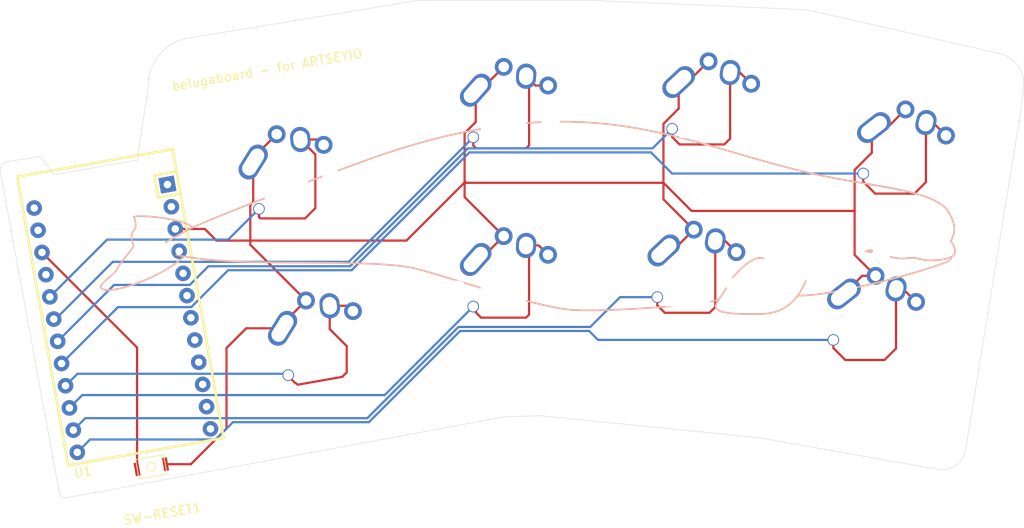
<source format=kicad_pcb>
(kicad_pcb (version 20171130) (host pcbnew "(5.1.8-0-10_14)")

  (general
    (thickness 1.6)
    (drawings 83)
    (tracks 160)
    (zones 0)
    (modules 10)
    (nets 25)
  )

  (page A4)
  (layers
    (0 F.Cu signal)
    (31 B.Cu signal)
    (32 B.Adhes user)
    (33 F.Adhes user)
    (34 B.Paste user)
    (35 F.Paste user)
    (36 B.SilkS user)
    (37 F.SilkS user)
    (38 B.Mask user)
    (39 F.Mask user)
    (40 Dwgs.User user)
    (41 Cmts.User user)
    (42 Eco1.User user)
    (43 Eco2.User user)
    (44 Edge.Cuts user)
    (45 Margin user)
    (46 B.CrtYd user)
    (47 F.CrtYd user)
    (48 B.Fab user)
    (49 F.Fab user)
  )

  (setup
    (last_trace_width 0.25)
    (trace_clearance 0.2)
    (zone_clearance 0.508)
    (zone_45_only no)
    (trace_min 0.2)
    (via_size 0.8)
    (via_drill 0.4)
    (via_min_size 0.4)
    (via_min_drill 0.3)
    (uvia_size 0.3)
    (uvia_drill 0.1)
    (uvias_allowed no)
    (uvia_min_size 0.2)
    (uvia_min_drill 0.1)
    (edge_width 0.05)
    (segment_width 0.2)
    (pcb_text_width 0.3)
    (pcb_text_size 1.5 1.5)
    (mod_edge_width 0.12)
    (mod_text_size 1 1)
    (mod_text_width 0.15)
    (pad_size 3.9878 3.9878)
    (pad_drill 3.9878)
    (pad_to_mask_clearance 0)
    (aux_axis_origin 0 0)
    (visible_elements FFFFFF7F)
    (pcbplotparams
      (layerselection 0x010fc_ffffffff)
      (usegerberextensions false)
      (usegerberattributes true)
      (usegerberadvancedattributes true)
      (creategerberjobfile true)
      (excludeedgelayer true)
      (linewidth 0.100000)
      (plotframeref false)
      (viasonmask false)
      (mode 1)
      (useauxorigin false)
      (hpglpennumber 1)
      (hpglpenspeed 20)
      (hpglpendiameter 15.000000)
      (psnegative false)
      (psa4output false)
      (plotreference true)
      (plotvalue true)
      (plotinvisibletext false)
      (padsonsilk false)
      (subtractmaskfromsilk false)
      (outputformat 1)
      (mirror false)
      (drillshape 1)
      (scaleselection 1)
      (outputdirectory ""))
  )

  (net 0 "")
  (net 1 "Net-(SW1-Pad1)")
  (net 2 "Net-(SW-RESET1-Pad2)")
  (net 3 "Net-(SW2-Pad1)")
  (net 4 "Net-(SW3-Pad1)")
  (net 5 "Net-(SW4-Pad1)")
  (net 6 "Net-(SW5-Pad1)")
  (net 7 "Net-(SW6-Pad1)")
  (net 8 "Net-(SW7-Pad1)")
  (net 9 "Net-(SW8-Pad1)")
  (net 10 "Net-(SW-RESET1-Pad1)")
  (net 11 "Net-(U1-Pad21)")
  (net 12 "Net-(U1-Pad23)")
  (net 13 "Net-(U1-Pad24)")
  (net 14 "Net-(U1-Pad12)")
  (net 15 "Net-(U1-Pad11)")
  (net 16 "Net-(U1-Pad10)")
  (net 17 "Net-(U1-Pad9)")
  (net 18 "Net-(U1-Pad8)")
  (net 19 "Net-(U1-Pad7)")
  (net 20 "Net-(U1-Pad6)")
  (net 21 "Net-(U1-Pad5)")
  (net 22 "Net-(U1-Pad4)")
  (net 23 "Net-(U1-Pad2)")
  (net 24 "Net-(U1-Pad1)")

  (net_class Default "This is the default net class."
    (clearance 0.2)
    (trace_width 0.25)
    (via_dia 0.8)
    (via_drill 0.4)
    (uvia_dia 0.3)
    (uvia_drill 0.1)
    (add_net "Net-(SW-RESET1-Pad1)")
    (add_net "Net-(SW-RESET1-Pad2)")
    (add_net "Net-(SW1-Pad1)")
    (add_net "Net-(SW2-Pad1)")
    (add_net "Net-(SW3-Pad1)")
    (add_net "Net-(SW4-Pad1)")
    (add_net "Net-(SW5-Pad1)")
    (add_net "Net-(SW6-Pad1)")
    (add_net "Net-(SW7-Pad1)")
    (add_net "Net-(SW8-Pad1)")
    (add_net "Net-(U1-Pad1)")
    (add_net "Net-(U1-Pad10)")
    (add_net "Net-(U1-Pad11)")
    (add_net "Net-(U1-Pad12)")
    (add_net "Net-(U1-Pad2)")
    (add_net "Net-(U1-Pad21)")
    (add_net "Net-(U1-Pad23)")
    (add_net "Net-(U1-Pad24)")
    (add_net "Net-(U1-Pad4)")
    (add_net "Net-(U1-Pad5)")
    (add_net "Net-(U1-Pad6)")
    (add_net "Net-(U1-Pad7)")
    (add_net "Net-(U1-Pad8)")
    (add_net "Net-(U1-Pad9)")
  )

  (module SMKJP:BOARD_Pro_Micro_Reversed (layer F.Cu) (tedit 5BD00A14) (tstamp 5FC94EB8)
    (at 72.74 89.79 280)
    (path /5FC9055E)
    (fp_text reference U1 (at 34.036 7.366 190) (layer F.SilkS)
      (effects (font (size 1 1) (thickness 0.15)))
    )
    (fp_text value pro_micro (at 17.78 0 100) (layer F.SilkS) hide
      (effects (font (size 1.27 1.524) (thickness 0.2032)))
    )
    (fp_line (start 0 -8.89) (end 0 8.89) (layer F.SilkS) (width 0.3))
    (fp_line (start 0 8.89) (end 33.02 8.89) (layer F.SilkS) (width 0.3))
    (fp_line (start 33.02 8.89) (end 33.02 -8.89) (layer F.SilkS) (width 0.3))
    (fp_line (start 33.02 -8.89) (end 0 -8.89) (layer F.SilkS) (width 0.3))
    (fp_line (start 2.54 -6.35) (end 5.08 -6.35) (layer F.SilkS) (width 0.3))
    (fp_line (start 5.08 -8.89) (end 5.08 -6.35) (layer F.SilkS) (width 0.3))
    (fp_line (start 2.54 -8.89) (end 2.54 -6.35) (layer F.SilkS) (width 0.3))
    (fp_line (start 2.54 -3.81) (end -1.27 -3.81) (layer Cmts.User) (width 0.3))
    (fp_line (start -1.27 -3.81) (end -1.27 3.81) (layer Cmts.User) (width 0.3))
    (fp_line (start -1.27 3.81) (end 2.54 3.81) (layer B.Fab) (width 0.3))
    (fp_line (start 2.54 3.81) (end 2.54 -3.81) (layer Cmts.User) (width 0.3))
    (pad 13 thru_hole circle (at 31.75 7.62 280) (size 1.75 1.75) (drill 0.85) (layers *.Cu *.Mask)
      (net 9 "Net-(SW8-Pad1)"))
    (pad 14 thru_hole circle (at 29.21 7.62 280) (size 1.75 1.75) (drill 0.85) (layers *.Cu *.Mask)
      (net 8 "Net-(SW7-Pad1)"))
    (pad 15 thru_hole circle (at 26.67 7.62 280) (size 1.75 1.75) (drill 0.85) (layers *.Cu *.Mask)
      (net 7 "Net-(SW6-Pad1)"))
    (pad 16 thru_hole circle (at 24.13 7.62 280) (size 1.75 1.75) (drill 0.85) (layers *.Cu *.Mask)
      (net 6 "Net-(SW5-Pad1)"))
    (pad 17 thru_hole circle (at 21.59 7.62 280) (size 1.75 1.75) (drill 0.85) (layers *.Cu *.Mask)
      (net 5 "Net-(SW4-Pad1)"))
    (pad 18 thru_hole circle (at 19.05 7.62 280) (size 1.75 1.75) (drill 0.85) (layers *.Cu *.Mask)
      (net 4 "Net-(SW3-Pad1)"))
    (pad 19 thru_hole circle (at 16.51 7.62 280) (size 1.75 1.75) (drill 0.85) (layers *.Cu *.Mask)
      (net 3 "Net-(SW2-Pad1)"))
    (pad 20 thru_hole circle (at 13.97 7.62 280) (size 1.75 1.75) (drill 0.85) (layers *.Cu *.Mask)
      (net 1 "Net-(SW1-Pad1)"))
    (pad 21 thru_hole circle (at 11.43 7.62 280) (size 1.75 1.75) (drill 0.85) (layers *.Cu *.Mask)
      (net 11 "Net-(U1-Pad21)"))
    (pad 22 thru_hole circle (at 8.89 7.62 280) (size 1.75 1.75) (drill 0.85) (layers *.Cu *.Mask)
      (net 10 "Net-(SW-RESET1-Pad1)"))
    (pad 23 thru_hole circle (at 6.35 7.62 280) (size 1.75 1.75) (drill 0.85) (layers *.Cu *.Mask)
      (net 12 "Net-(U1-Pad23)"))
    (pad 24 thru_hole circle (at 3.81 7.62 280) (size 1.75 1.75) (drill 0.85) (layers *.Cu *.Mask)
      (net 13 "Net-(U1-Pad24)"))
    (pad 12 thru_hole circle (at 31.75 -7.62 280) (size 1.75 1.75) (drill 0.85) (layers *.Cu *.Mask)
      (net 14 "Net-(U1-Pad12)"))
    (pad 11 thru_hole circle (at 29.21 -7.62 280) (size 1.75 1.75) (drill 0.85) (layers *.Cu *.Mask)
      (net 15 "Net-(U1-Pad11)"))
    (pad 10 thru_hole circle (at 26.67 -7.62 280) (size 1.75 1.75) (drill 0.85) (layers *.Cu *.Mask)
      (net 16 "Net-(U1-Pad10)"))
    (pad 9 thru_hole circle (at 24.13 -7.62 280) (size 1.75 1.75) (drill 0.85) (layers *.Cu *.Mask)
      (net 17 "Net-(U1-Pad9)"))
    (pad 8 thru_hole circle (at 21.59 -7.62 280) (size 1.75 1.75) (drill 0.85) (layers *.Cu *.Mask)
      (net 18 "Net-(U1-Pad8)"))
    (pad 7 thru_hole circle (at 19.05 -7.62 280) (size 1.75 1.75) (drill 0.85) (layers *.Cu *.Mask)
      (net 19 "Net-(U1-Pad7)"))
    (pad 6 thru_hole circle (at 16.51 -7.62 280) (size 1.75 1.75) (drill 0.85) (layers *.Cu *.Mask)
      (net 20 "Net-(U1-Pad6)"))
    (pad 5 thru_hole circle (at 13.97 -7.62 280) (size 1.75 1.75) (drill 0.85) (layers *.Cu *.Mask)
      (net 21 "Net-(U1-Pad5)"))
    (pad 4 thru_hole circle (at 11.43 -7.62 280) (size 1.75 1.75) (drill 0.85) (layers *.Cu *.Mask)
      (net 22 "Net-(U1-Pad4)"))
    (pad 3 thru_hole circle (at 8.89 -7.62 280) (size 1.75 1.75) (drill 0.85) (layers *.Cu *.Mask)
      (net 2 "Net-(SW-RESET1-Pad2)"))
    (pad 2 thru_hole circle (at 6.35 -7.62 280) (size 1.75 1.75) (drill 0.85) (layers *.Cu *.Mask)
      (net 23 "Net-(U1-Pad2)"))
    (pad 1 thru_hole rect (at 3.81 -7.62 280) (size 1.75 1.75) (drill 0.85) (layers *.Cu *.Mask)
      (net 24 "Net-(U1-Pad1)"))
    (model ${KISYS3DMOD}/SMKJP.3dshapes/pro_micro_reversed.step
      (at (xyz 0 0 0))
      (scale (xyz 1 1 1))
      (rotate (xyz 0 0 0))
    )
  )

  (module raise_fp:reset-button (layer F.Cu) (tedit 5B59D050) (tstamp 5FC94E91)
    (at 79.09 124 10)
    (path /5FC97E2C)
    (attr smd)
    (fp_text reference SW-RESET1 (at 0.3 5.45 10) (layer F.SilkS)
      (effects (font (size 1 1) (thickness 0.15)))
    )
    (fp_text value Switch_SW_Push (at -0.3 -7.05 10) (layer F.Fab)
      (effects (font (size 1 1) (thickness 0.15)))
    )
    (fp_circle (center 0 0) (end 0.3 0.4) (layer F.SilkS) (width 0.1))
    (fp_line (start -1.6 -1.1) (end 1.6 -1.1) (layer F.SilkS) (width 0.1))
    (fp_line (start 1.6 -1.1) (end 1.6 1) (layer F.SilkS) (width 0.1))
    (fp_line (start 1.6 1) (end 1.6 1.1) (layer F.SilkS) (width 0.1))
    (fp_line (start 1.6 1.1) (end -1.6 1.1) (layer F.SilkS) (width 0.1))
    (fp_line (start -1.6 1.1) (end -1.6 -1.1) (layer F.SilkS) (width 0.1))
    (pad 2 smd rect (at 1.625 0 10) (size 0.55 1.5) (layers F.Cu F.Paste F.Mask)
      (net 2 "Net-(SW-RESET1-Pad2)"))
    (pad 1 smd rect (at -1.625 0 10) (size 0.55 1.5) (layers F.Cu F.Paste F.Mask)
      (net 10 "Net-(SW-RESET1-Pad1)"))
    (model ${KIPRJMOD}/raise_fp.pretty/models/Ts20.STEP
      (at (xyz 0 0 0))
      (scale (xyz 1 1 1))
      (rotate (xyz 0 0 0))
    )
  )

  (module gHeavyIndustries:MX-Alps-Choc-X-1U-NoLED (layer F.Cu) (tedit 5D8FF0D7) (tstamp 5FC94E85)
    (at 159.645719 108.311381 350)
    (path /5FC97172)
    (fp_text reference SW8 (at 0 3.175 170) (layer F.Fab)
      (effects (font (size 1 1) (thickness 0.15)))
    )
    (fp_text value SPST (at 0 -7.9375 170) (layer Dwgs.User)
      (effects (font (size 1 1) (thickness 0.15)))
    )
    (fp_line (start -9.525 9.525) (end -9.525 -9.525) (layer Dwgs.User) (width 0.15))
    (fp_line (start 9.525 9.525) (end -9.525 9.525) (layer Dwgs.User) (width 0.15))
    (fp_line (start 9.525 -9.525) (end 9.525 9.525) (layer Dwgs.User) (width 0.15))
    (fp_line (start -9.525 -9.525) (end 9.525 -9.525) (layer Dwgs.User) (width 0.15))
    (fp_line (start -7 -7) (end -7 -5) (layer Dwgs.User) (width 0.15))
    (fp_line (start -5 -7) (end -7 -7) (layer Dwgs.User) (width 0.15))
    (fp_line (start -7 7) (end -5 7) (layer Dwgs.User) (width 0.15))
    (fp_line (start -7 5) (end -7 7) (layer Dwgs.User) (width 0.15))
    (fp_line (start 7 7) (end 7 5) (layer Dwgs.User) (width 0.15))
    (fp_line (start 5 7) (end 7 7) (layer Dwgs.User) (width 0.15))
    (fp_line (start 7 -7) (end 7 -5) (layer Dwgs.User) (width 0.15))
    (fp_line (start 5 -7) (end 7 -7) (layer Dwgs.User) (width 0.15))
    (pad 1 thru_hole circle (at -3.429 2.032 350) (size 1.3 1.3) (drill 1.1) (layers *.Cu *.Mask)
      (net 9 "Net-(SW8-Pad1)"))
    (pad "" np_thru_hole oval (at -2.315 0.905 350) (size 0.5 4.1) (drill oval 0.5 4.1) (layers *.Cu *.Mask))
    (pad "" np_thru_hole oval (at 1.89 0.90416 350) (size 0.5 4.1) (drill oval 0.5 4.1) (layers *.Cu *.Mask))
    (pad "" np_thru_hole oval (at 2.285 0.905 350) (size 0.5 4.1) (drill oval 0.5 4.1) (layers *.Cu *.Mask))
    (pad "" np_thru_hole oval (at -0.015 2.705 350) (size 5.1 0.5) (drill oval 5.1 0.5) (layers *.Cu *.Mask))
    (pad "" np_thru_hole oval (at -0.015 -0.895 350) (size 5.1 0.5) (drill oval 5.1 0.5) (layers *.Cu *.Mask))
    (pad "" np_thru_hole oval (at -1.915 0.905 350) (size 0.5 4.1) (drill oval 0.5 4.1) (layers *.Cu *.Mask))
    (pad "" np_thru_hole oval (at -0.015 1.805 350) (size 5.1 1.5) (drill oval 5.1 1.5) (layers *.Cu *.Mask))
    (pad 2 thru_hole oval (at -3.15 -3.275 38.1) (size 4.211556 2.25) (drill oval 3.3 1.6) (layers *.Cu *.Mask)
      (net 2 "Net-(SW-RESET1-Pad2)"))
    (pad 1 thru_hole oval (at 2.525 -4.85 76.1) (size 2.831378 2.25) (drill oval 2 1.6) (layers *.Cu *.Mask)
      (net 9 "Net-(SW8-Pad1)"))
    (pad "" np_thru_hole oval (at 5.275 0 80) (size 1.75 2.175) (drill oval 1.75 2.175) (layers *.Cu *.Mask))
    (pad "" np_thru_hole oval (at -5.275 0 80) (size 1.75 2.175) (drill oval 1.75 2.175) (layers *.Cu *.Mask))
    (pad "" np_thru_hole circle (at 0 0 350) (size 3.9878 3.9878) (drill 3.9878) (layers *.Cu *.Mask))
    (pad 1 thru_hole circle (at 5 -3.799999 350) (size 2 2) (drill 1.2) (layers *.Cu *.Mask)
      (net 9 "Net-(SW8-Pad1)"))
    (pad 2 thru_hole circle (at 0 -5.9 350) (size 2 2) (drill 1.2) (layers *.Cu *.Mask)
      (net 2 "Net-(SW-RESET1-Pad2)"))
  )

  (module gHeavyIndustries:MX-Alps-Choc-X-1U-NoLED (layer F.Cu) (tedit 5D8FF0D7) (tstamp 5FC94E66)
    (at 139.675995 103.174556 355)
    (path /5FC96C56)
    (fp_text reference SW7 (at 0 3.175 175) (layer F.Fab)
      (effects (font (size 1 1) (thickness 0.15)))
    )
    (fp_text value SPST (at 0 -7.9375 175) (layer Dwgs.User)
      (effects (font (size 1 1) (thickness 0.15)))
    )
    (fp_line (start -9.525 9.525) (end -9.525 -9.525) (layer Dwgs.User) (width 0.15))
    (fp_line (start 9.525 9.525) (end -9.525 9.525) (layer Dwgs.User) (width 0.15))
    (fp_line (start 9.525 -9.525) (end 9.525 9.525) (layer Dwgs.User) (width 0.15))
    (fp_line (start -9.525 -9.525) (end 9.525 -9.525) (layer Dwgs.User) (width 0.15))
    (fp_line (start -7 -7) (end -7 -5) (layer Dwgs.User) (width 0.15))
    (fp_line (start -5 -7) (end -7 -7) (layer Dwgs.User) (width 0.15))
    (fp_line (start -7 7) (end -5 7) (layer Dwgs.User) (width 0.15))
    (fp_line (start -7 5) (end -7 7) (layer Dwgs.User) (width 0.15))
    (fp_line (start 7 7) (end 7 5) (layer Dwgs.User) (width 0.15))
    (fp_line (start 5 7) (end 7 7) (layer Dwgs.User) (width 0.15))
    (fp_line (start 7 -7) (end 7 -5) (layer Dwgs.User) (width 0.15))
    (fp_line (start 5 -7) (end 7 -7) (layer Dwgs.User) (width 0.15))
    (pad 1 thru_hole circle (at -3.429 2.032 355) (size 1.3 1.3) (drill 1.1) (layers *.Cu *.Mask)
      (net 8 "Net-(SW7-Pad1)"))
    (pad "" np_thru_hole oval (at -2.315 0.905 355) (size 0.5 4.1) (drill oval 0.5 4.1) (layers *.Cu *.Mask))
    (pad "" np_thru_hole oval (at 1.89 0.90416 355) (size 0.5 4.1) (drill oval 0.5 4.1) (layers *.Cu *.Mask))
    (pad "" np_thru_hole oval (at 2.285 0.905 355) (size 0.5 4.1) (drill oval 0.5 4.1) (layers *.Cu *.Mask))
    (pad "" np_thru_hole oval (at -0.015 2.705 355) (size 5.1 0.5) (drill oval 5.1 0.5) (layers *.Cu *.Mask))
    (pad "" np_thru_hole oval (at -0.015 -0.895 355) (size 5.1 0.5) (drill oval 5.1 0.5) (layers *.Cu *.Mask))
    (pad "" np_thru_hole oval (at -1.915 0.905 355) (size 0.5 4.1) (drill oval 0.5 4.1) (layers *.Cu *.Mask))
    (pad "" np_thru_hole oval (at -0.015 1.805 355) (size 5.1 1.5) (drill oval 5.1 1.5) (layers *.Cu *.Mask))
    (pad 2 thru_hole oval (at -3.15 -3.275 43.1) (size 4.211556 2.25) (drill oval 3.3 1.6) (layers *.Cu *.Mask)
      (net 2 "Net-(SW-RESET1-Pad2)"))
    (pad 1 thru_hole oval (at 2.525 -4.85 81.1) (size 2.831378 2.25) (drill oval 2 1.6) (layers *.Cu *.Mask)
      (net 8 "Net-(SW7-Pad1)"))
    (pad "" np_thru_hole oval (at 5.275 0 85) (size 1.75 2.175) (drill oval 1.75 2.175) (layers *.Cu *.Mask))
    (pad "" np_thru_hole oval (at -5.275 0 85) (size 1.75 2.175) (drill oval 1.75 2.175) (layers *.Cu *.Mask))
    (pad "" np_thru_hole circle (at 0 0 355) (size 3.9878 3.9878) (drill 3.9878) (layers *.Cu *.Mask))
    (pad 1 thru_hole circle (at 5 -3.799999 355) (size 2 2) (drill 1.2) (layers *.Cu *.Mask)
      (net 8 "Net-(SW7-Pad1)"))
    (pad 2 thru_hole circle (at 0 -5.9 355) (size 2 2) (drill 1.2) (layers *.Cu *.Mask)
      (net 2 "Net-(SW-RESET1-Pad2)"))
  )

  (module gHeavyIndustries:MX-Alps-Choc-X-1U-NoLED (layer F.Cu) (tedit 5D8FF0D7) (tstamp 5FC94E47)
    (at 118.78 103.93)
    (path /5FC960AF)
    (fp_text reference SW6 (at 0 3.175) (layer F.Fab)
      (effects (font (size 1 1) (thickness 0.15)))
    )
    (fp_text value SPST (at 0 -7.9375) (layer Dwgs.User)
      (effects (font (size 1 1) (thickness 0.15)))
    )
    (fp_line (start -9.525 9.525) (end -9.525 -9.525) (layer Dwgs.User) (width 0.15))
    (fp_line (start 9.525 9.525) (end -9.525 9.525) (layer Dwgs.User) (width 0.15))
    (fp_line (start 9.525 -9.525) (end 9.525 9.525) (layer Dwgs.User) (width 0.15))
    (fp_line (start -9.525 -9.525) (end 9.525 -9.525) (layer Dwgs.User) (width 0.15))
    (fp_line (start -7 -7) (end -7 -5) (layer Dwgs.User) (width 0.15))
    (fp_line (start -5 -7) (end -7 -7) (layer Dwgs.User) (width 0.15))
    (fp_line (start -7 7) (end -5 7) (layer Dwgs.User) (width 0.15))
    (fp_line (start -7 5) (end -7 7) (layer Dwgs.User) (width 0.15))
    (fp_line (start 7 7) (end 7 5) (layer Dwgs.User) (width 0.15))
    (fp_line (start 5 7) (end 7 7) (layer Dwgs.User) (width 0.15))
    (fp_line (start 7 -7) (end 7 -5) (layer Dwgs.User) (width 0.15))
    (fp_line (start 5 -7) (end 7 -7) (layer Dwgs.User) (width 0.15))
    (pad 1 thru_hole circle (at -3.429 2.032) (size 1.3 1.3) (drill 1.1) (layers *.Cu *.Mask)
      (net 7 "Net-(SW6-Pad1)"))
    (pad "" np_thru_hole oval (at -2.315 0.905) (size 0.5 4.1) (drill oval 0.5 4.1) (layers *.Cu *.Mask))
    (pad "" np_thru_hole oval (at 1.89 0.90416) (size 0.5 4.1) (drill oval 0.5 4.1) (layers *.Cu *.Mask))
    (pad "" np_thru_hole oval (at 2.285 0.905) (size 0.5 4.1) (drill oval 0.5 4.1) (layers *.Cu *.Mask))
    (pad "" np_thru_hole oval (at -0.015 2.705) (size 5.1 0.5) (drill oval 5.1 0.5) (layers *.Cu *.Mask))
    (pad "" np_thru_hole oval (at -0.015 -0.895) (size 5.1 0.5) (drill oval 5.1 0.5) (layers *.Cu *.Mask))
    (pad "" np_thru_hole oval (at -1.915 0.905) (size 0.5 4.1) (drill oval 0.5 4.1) (layers *.Cu *.Mask))
    (pad "" np_thru_hole oval (at -0.015 1.805) (size 5.1 1.5) (drill oval 5.1 1.5) (layers *.Cu *.Mask))
    (pad 2 thru_hole oval (at -3.15 -3.275 48.1) (size 4.211556 2.25) (drill oval 3.3 1.6) (layers *.Cu *.Mask)
      (net 2 "Net-(SW-RESET1-Pad2)"))
    (pad 1 thru_hole oval (at 2.525 -4.85 86.1) (size 2.831378 2.25) (drill oval 2 1.6) (layers *.Cu *.Mask)
      (net 7 "Net-(SW6-Pad1)"))
    (pad "" np_thru_hole oval (at 5.275 0 90) (size 1.75 2.175) (drill oval 1.75 2.175) (layers *.Cu *.Mask))
    (pad "" np_thru_hole oval (at -5.275 0 90) (size 1.75 2.175) (drill oval 1.75 2.175) (layers *.Cu *.Mask))
    (pad "" np_thru_hole circle (at 0 0) (size 3.9878 3.9878) (drill 3.9878) (layers *.Cu *.Mask))
    (pad 1 thru_hole circle (at 5 -3.799999) (size 2 2) (drill 1.2) (layers *.Cu *.Mask)
      (net 7 "Net-(SW6-Pad1)"))
    (pad 2 thru_hole circle (at 0 -5.9) (size 2 2) (drill 1.2) (layers *.Cu *.Mask)
      (net 2 "Net-(SW-RESET1-Pad2)"))
  )

  (module gHeavyIndustries:MX-Alps-Choc-X-1U-NoLED (layer F.Cu) (tedit 5D8FF0D7) (tstamp 5FC94E28)
    (at 97.541708 111.087771 10)
    (path /5FC958BE)
    (fp_text reference SW5 (at 0 3.175 10) (layer F.Fab)
      (effects (font (size 1 1) (thickness 0.15)))
    )
    (fp_text value SPST (at 0 -7.9375 10) (layer Dwgs.User)
      (effects (font (size 1 1) (thickness 0.15)))
    )
    (fp_line (start -9.525 9.525) (end -9.525 -9.525) (layer Dwgs.User) (width 0.15))
    (fp_line (start 9.525 9.525) (end -9.525 9.525) (layer Dwgs.User) (width 0.15))
    (fp_line (start 9.525 -9.525) (end 9.525 9.525) (layer Dwgs.User) (width 0.15))
    (fp_line (start -9.525 -9.525) (end 9.525 -9.525) (layer Dwgs.User) (width 0.15))
    (fp_line (start -7 -7) (end -7 -5) (layer Dwgs.User) (width 0.15))
    (fp_line (start -5 -7) (end -7 -7) (layer Dwgs.User) (width 0.15))
    (fp_line (start -7 7) (end -5 7) (layer Dwgs.User) (width 0.15))
    (fp_line (start -7 5) (end -7 7) (layer Dwgs.User) (width 0.15))
    (fp_line (start 7 7) (end 7 5) (layer Dwgs.User) (width 0.15))
    (fp_line (start 5 7) (end 7 7) (layer Dwgs.User) (width 0.15))
    (fp_line (start 7 -7) (end 7 -5) (layer Dwgs.User) (width 0.15))
    (fp_line (start 5 -7) (end 7 -7) (layer Dwgs.User) (width 0.15))
    (pad 1 thru_hole circle (at -3.429 2.032 10) (size 1.3 1.3) (drill 1.1) (layers *.Cu *.Mask)
      (net 6 "Net-(SW5-Pad1)"))
    (pad "" np_thru_hole oval (at -2.315 0.905 10) (size 0.5 4.1) (drill oval 0.5 4.1) (layers *.Cu *.Mask))
    (pad "" np_thru_hole oval (at 1.89 0.90416 10) (size 0.5 4.1) (drill oval 0.5 4.1) (layers *.Cu *.Mask))
    (pad "" np_thru_hole oval (at 2.285 0.905 10) (size 0.5 4.1) (drill oval 0.5 4.1) (layers *.Cu *.Mask))
    (pad "" np_thru_hole oval (at -0.015 2.705 10) (size 5.1 0.5) (drill oval 5.1 0.5) (layers *.Cu *.Mask))
    (pad "" np_thru_hole oval (at -0.015 -0.895 10) (size 5.1 0.5) (drill oval 5.1 0.5) (layers *.Cu *.Mask))
    (pad "" np_thru_hole oval (at -1.915 0.905 10) (size 0.5 4.1) (drill oval 0.5 4.1) (layers *.Cu *.Mask))
    (pad "" np_thru_hole oval (at -0.015 1.805 10) (size 5.1 1.5) (drill oval 5.1 1.5) (layers *.Cu *.Mask))
    (pad 2 thru_hole oval (at -3.15 -3.275 58.1) (size 4.211556 2.25) (drill oval 3.3 1.6) (layers *.Cu *.Mask)
      (net 2 "Net-(SW-RESET1-Pad2)"))
    (pad 1 thru_hole oval (at 2.525 -4.85 96.1) (size 2.831378 2.25) (drill oval 2 1.6) (layers *.Cu *.Mask)
      (net 6 "Net-(SW5-Pad1)"))
    (pad "" np_thru_hole oval (at 5.275 0 100) (size 1.75 2.175) (drill oval 1.75 2.175) (layers *.Cu *.Mask))
    (pad "" np_thru_hole oval (at -5.275 0 100) (size 1.75 2.175) (drill oval 1.75 2.175) (layers *.Cu *.Mask))
    (pad "" np_thru_hole circle (at 0 0 10) (size 3.9878 3.9878) (drill 3.9878) (layers *.Cu *.Mask))
    (pad 1 thru_hole circle (at 5 -3.799999 10) (size 2 2) (drill 1.2) (layers *.Cu *.Mask)
      (net 6 "Net-(SW5-Pad1)"))
    (pad 2 thru_hole circle (at 0 -5.9 10) (size 2 2) (drill 1.2) (layers *.Cu *.Mask)
      (net 2 "Net-(SW-RESET1-Pad2)"))
  )

  (module gHeavyIndustries:MX-Alps-Choc-X-1U-NoLED (layer F.Cu) (tedit 5D8FF0D7) (tstamp 5FC95175)
    (at 163.015719 89.571381 350)
    (path /5FC952DA)
    (fp_text reference SW4 (at 0 3.175 170) (layer F.Fab)
      (effects (font (size 1 1) (thickness 0.15)))
    )
    (fp_text value SPST (at 0 -7.9375 170) (layer Dwgs.User)
      (effects (font (size 1 1) (thickness 0.15)))
    )
    (fp_line (start -9.525 9.525) (end -9.525 -9.525) (layer Dwgs.User) (width 0.15))
    (fp_line (start 9.525 9.525) (end -9.525 9.525) (layer Dwgs.User) (width 0.15))
    (fp_line (start 9.525 -9.525) (end 9.525 9.525) (layer Dwgs.User) (width 0.15))
    (fp_line (start -9.525 -9.525) (end 9.525 -9.525) (layer Dwgs.User) (width 0.15))
    (fp_line (start -7 -7) (end -7 -5) (layer Dwgs.User) (width 0.15))
    (fp_line (start -5 -7) (end -7 -7) (layer Dwgs.User) (width 0.15))
    (fp_line (start -7 7) (end -5 7) (layer Dwgs.User) (width 0.15))
    (fp_line (start -7 5) (end -7 7) (layer Dwgs.User) (width 0.15))
    (fp_line (start 7 7) (end 7 5) (layer Dwgs.User) (width 0.15))
    (fp_line (start 5 7) (end 7 7) (layer Dwgs.User) (width 0.15))
    (fp_line (start 7 -7) (end 7 -5) (layer Dwgs.User) (width 0.15))
    (fp_line (start 5 -7) (end 7 -7) (layer Dwgs.User) (width 0.15))
    (pad 1 thru_hole circle (at -3.429 2.032 350) (size 1.3 1.3) (drill 1.1) (layers *.Cu *.Mask)
      (net 5 "Net-(SW4-Pad1)"))
    (pad "" np_thru_hole oval (at -2.315 0.905 350) (size 0.5 4.1) (drill oval 0.5 4.1) (layers *.Cu *.Mask))
    (pad "" np_thru_hole oval (at 1.89 0.90416 350) (size 0.5 4.1) (drill oval 0.5 4.1) (layers *.Cu *.Mask))
    (pad "" np_thru_hole oval (at 2.285 0.905 350) (size 0.5 4.1) (drill oval 0.5 4.1) (layers *.Cu *.Mask))
    (pad "" np_thru_hole oval (at -0.015 2.705 350) (size 5.1 0.5) (drill oval 5.1 0.5) (layers *.Cu *.Mask))
    (pad "" np_thru_hole oval (at -0.015 -0.895 350) (size 5.1 0.5) (drill oval 5.1 0.5) (layers *.Cu *.Mask))
    (pad "" np_thru_hole oval (at -1.915 0.905 350) (size 0.5 4.1) (drill oval 0.5 4.1) (layers *.Cu *.Mask))
    (pad "" np_thru_hole oval (at -0.015 1.805 350) (size 5.1 1.5) (drill oval 5.1 1.5) (layers *.Cu *.Mask))
    (pad 2 thru_hole oval (at -3.15 -3.275 38.1) (size 4.211556 2.25) (drill oval 3.3 1.6) (layers *.Cu *.Mask)
      (net 2 "Net-(SW-RESET1-Pad2)"))
    (pad 1 thru_hole oval (at 2.525 -4.85 76.1) (size 2.831378 2.25) (drill oval 2 1.6) (layers *.Cu *.Mask)
      (net 5 "Net-(SW4-Pad1)"))
    (pad "" np_thru_hole oval (at 5.275 0 80) (size 1.75 2.175) (drill oval 1.75 2.175) (layers *.Cu *.Mask))
    (pad "" np_thru_hole oval (at -5.275 0 80) (size 1.75 2.175) (drill oval 1.75 2.175) (layers *.Cu *.Mask))
    (pad "" np_thru_hole circle (at 0 0 350) (size 3.9878 3.9878) (drill 3.9878) (layers *.Cu *.Mask))
    (pad 1 thru_hole circle (at 5 -3.799999 350) (size 2 2) (drill 1.2) (layers *.Cu *.Mask)
      (net 5 "Net-(SW4-Pad1)"))
    (pad 2 thru_hole circle (at 0 -5.9 350) (size 2 2) (drill 1.2) (layers *.Cu *.Mask)
      (net 2 "Net-(SW-RESET1-Pad2)"))
  )

  (module gHeavyIndustries:MX-Alps-Choc-X-1U-NoLED (layer F.Cu) (tedit 5D8FF0D7) (tstamp 5FC94DEA)
    (at 141.345995 84.214556 355)
    (path /5FC94E6D)
    (fp_text reference SW3 (at 0 3.175 175) (layer F.Fab)
      (effects (font (size 1 1) (thickness 0.15)))
    )
    (fp_text value SPST (at 0 -7.9375 175) (layer Dwgs.User)
      (effects (font (size 1 1) (thickness 0.15)))
    )
    (fp_line (start -9.525 9.525) (end -9.525 -9.525) (layer Dwgs.User) (width 0.15))
    (fp_line (start 9.525 9.525) (end -9.525 9.525) (layer Dwgs.User) (width 0.15))
    (fp_line (start 9.525 -9.525) (end 9.525 9.525) (layer Dwgs.User) (width 0.15))
    (fp_line (start -9.525 -9.525) (end 9.525 -9.525) (layer Dwgs.User) (width 0.15))
    (fp_line (start -7 -7) (end -7 -5) (layer Dwgs.User) (width 0.15))
    (fp_line (start -5 -7) (end -7 -7) (layer Dwgs.User) (width 0.15))
    (fp_line (start -7 7) (end -5 7) (layer Dwgs.User) (width 0.15))
    (fp_line (start -7 5) (end -7 7) (layer Dwgs.User) (width 0.15))
    (fp_line (start 7 7) (end 7 5) (layer Dwgs.User) (width 0.15))
    (fp_line (start 5 7) (end 7 7) (layer Dwgs.User) (width 0.15))
    (fp_line (start 7 -7) (end 7 -5) (layer Dwgs.User) (width 0.15))
    (fp_line (start 5 -7) (end 7 -7) (layer Dwgs.User) (width 0.15))
    (pad 1 thru_hole circle (at -3.429 2.032 355) (size 1.3 1.3) (drill 1.1) (layers *.Cu *.Mask)
      (net 4 "Net-(SW3-Pad1)"))
    (pad "" np_thru_hole oval (at -2.315 0.905 355) (size 0.5 4.1) (drill oval 0.5 4.1) (layers *.Cu *.Mask))
    (pad "" np_thru_hole oval (at 1.89 0.90416 355) (size 0.5 4.1) (drill oval 0.5 4.1) (layers *.Cu *.Mask))
    (pad "" np_thru_hole oval (at 2.285 0.905 355) (size 0.5 4.1) (drill oval 0.5 4.1) (layers *.Cu *.Mask))
    (pad "" np_thru_hole oval (at -0.015 2.705 355) (size 5.1 0.5) (drill oval 5.1 0.5) (layers *.Cu *.Mask))
    (pad "" np_thru_hole oval (at -0.015 -0.895 355) (size 5.1 0.5) (drill oval 5.1 0.5) (layers *.Cu *.Mask))
    (pad "" np_thru_hole oval (at -1.915 0.905 355) (size 0.5 4.1) (drill oval 0.5 4.1) (layers *.Cu *.Mask))
    (pad "" np_thru_hole oval (at -0.015 1.805 355) (size 5.1 1.5) (drill oval 5.1 1.5) (layers *.Cu *.Mask))
    (pad 2 thru_hole oval (at -3.15 -3.275 43.1) (size 4.211556 2.25) (drill oval 3.3 1.6) (layers *.Cu *.Mask)
      (net 2 "Net-(SW-RESET1-Pad2)"))
    (pad 1 thru_hole oval (at 2.525 -4.85 81.1) (size 2.831378 2.25) (drill oval 2 1.6) (layers *.Cu *.Mask)
      (net 4 "Net-(SW3-Pad1)"))
    (pad "" np_thru_hole oval (at 5.275 0 85) (size 1.75 2.175) (drill oval 1.75 2.175) (layers *.Cu *.Mask))
    (pad "" np_thru_hole oval (at -5.275 0 85) (size 1.75 2.175) (drill oval 1.75 2.175) (layers *.Cu *.Mask))
    (pad "" np_thru_hole circle (at 0 0 355) (size 3.9878 3.9878) (drill 3.9878) (layers *.Cu *.Mask))
    (pad 1 thru_hole circle (at 5 -3.799999 355) (size 2 2) (drill 1.2) (layers *.Cu *.Mask)
      (net 4 "Net-(SW3-Pad1)"))
    (pad 2 thru_hole circle (at 0 -5.9 355) (size 2 2) (drill 1.2) (layers *.Cu *.Mask)
      (net 2 "Net-(SW-RESET1-Pad2)"))
  )

  (module gHeavyIndustries:MX-Alps-Choc-X-1U-NoLED (layer F.Cu) (tedit 5D8FF0D7) (tstamp 5FC95269)
    (at 118.785 84.865)
    (path /5FC93CEA)
    (fp_text reference SW2 (at 0 3.175) (layer F.Fab)
      (effects (font (size 1 1) (thickness 0.15)))
    )
    (fp_text value SPST (at 0 -7.9375) (layer Dwgs.User)
      (effects (font (size 1 1) (thickness 0.15)))
    )
    (fp_line (start -9.525 9.525) (end -9.525 -9.525) (layer Dwgs.User) (width 0.15))
    (fp_line (start 9.525 9.525) (end -9.525 9.525) (layer Dwgs.User) (width 0.15))
    (fp_line (start 9.525 -9.525) (end 9.525 9.525) (layer Dwgs.User) (width 0.15))
    (fp_line (start -9.525 -9.525) (end 9.525 -9.525) (layer Dwgs.User) (width 0.15))
    (fp_line (start -7 -7) (end -7 -5) (layer Dwgs.User) (width 0.15))
    (fp_line (start -5 -7) (end -7 -7) (layer Dwgs.User) (width 0.15))
    (fp_line (start -7 7) (end -5 7) (layer Dwgs.User) (width 0.15))
    (fp_line (start -7 5) (end -7 7) (layer Dwgs.User) (width 0.15))
    (fp_line (start 7 7) (end 7 5) (layer Dwgs.User) (width 0.15))
    (fp_line (start 5 7) (end 7 7) (layer Dwgs.User) (width 0.15))
    (fp_line (start 7 -7) (end 7 -5) (layer Dwgs.User) (width 0.15))
    (fp_line (start 5 -7) (end 7 -7) (layer Dwgs.User) (width 0.15))
    (pad 1 thru_hole circle (at -3.429 2.032) (size 1.3 1.3) (drill 1.1) (layers *.Cu *.Mask)
      (net 3 "Net-(SW2-Pad1)"))
    (pad "" np_thru_hole oval (at -2.315 0.905) (size 0.5 4.1) (drill oval 0.5 4.1) (layers *.Cu *.Mask))
    (pad "" np_thru_hole oval (at 1.89 0.90416) (size 0.5 4.1) (drill oval 0.5 4.1) (layers *.Cu *.Mask))
    (pad "" np_thru_hole oval (at 2.285 0.905) (size 0.5 4.1) (drill oval 0.5 4.1) (layers *.Cu *.Mask))
    (pad "" np_thru_hole oval (at -0.015 2.705) (size 5.1 0.5) (drill oval 5.1 0.5) (layers *.Cu *.Mask))
    (pad "" np_thru_hole oval (at -0.015 -0.895) (size 5.1 0.5) (drill oval 5.1 0.5) (layers *.Cu *.Mask))
    (pad "" np_thru_hole oval (at -1.915 0.905) (size 0.5 4.1) (drill oval 0.5 4.1) (layers *.Cu *.Mask))
    (pad "" np_thru_hole oval (at -0.015 1.805) (size 5.1 1.5) (drill oval 5.1 1.5) (layers *.Cu *.Mask))
    (pad 2 thru_hole oval (at -3.15 -3.275 48.1) (size 4.211556 2.25) (drill oval 3.3 1.6) (layers *.Cu *.Mask)
      (net 2 "Net-(SW-RESET1-Pad2)"))
    (pad 1 thru_hole oval (at 2.525 -4.85 86.1) (size 2.831378 2.25) (drill oval 2 1.6) (layers *.Cu *.Mask)
      (net 3 "Net-(SW2-Pad1)"))
    (pad "" np_thru_hole oval (at 5.275 0 90) (size 1.75 2.175) (drill oval 1.75 2.175) (layers *.Cu *.Mask))
    (pad "" np_thru_hole oval (at -5.275 0 90) (size 1.75 2.175) (drill oval 1.75 2.175) (layers *.Cu *.Mask))
    (pad "" np_thru_hole circle (at 0 0) (size 3.9878 3.9878) (drill 3.9878) (layers *.Cu *.Mask))
    (pad 1 thru_hole circle (at 5 -3.799999) (size 2 2) (drill 1.2) (layers *.Cu *.Mask)
      (net 3 "Net-(SW2-Pad1)"))
    (pad 2 thru_hole circle (at 0 -5.9) (size 2 2) (drill 1.2) (layers *.Cu *.Mask)
      (net 2 "Net-(SW-RESET1-Pad2)"))
  )

  (module gHeavyIndustries:MX-Alps-Choc-X-1U-NoLED (layer F.Cu) (tedit 5D8FF0D7) (tstamp 5FC95D68)
    (at 94.24 92.36 10)
    (path /5FC92E17)
    (fp_text reference SW1 (at 0 3.175 10) (layer F.Fab)
      (effects (font (size 1 1) (thickness 0.15)))
    )
    (fp_text value SPST (at 0 -7.9375 10) (layer Dwgs.User)
      (effects (font (size 1 1) (thickness 0.15)))
    )
    (fp_line (start -9.525 9.525) (end -9.525 -9.525) (layer Dwgs.User) (width 0.15))
    (fp_line (start 9.525 9.525) (end -9.525 9.525) (layer Dwgs.User) (width 0.15))
    (fp_line (start 9.525 -9.525) (end 9.525 9.525) (layer Dwgs.User) (width 0.15))
    (fp_line (start -9.525 -9.525) (end 9.525 -9.525) (layer Dwgs.User) (width 0.15))
    (fp_line (start -7 -7) (end -7 -5) (layer Dwgs.User) (width 0.15))
    (fp_line (start -5 -7) (end -7 -7) (layer Dwgs.User) (width 0.15))
    (fp_line (start -7 7) (end -5 7) (layer Dwgs.User) (width 0.15))
    (fp_line (start -7 5) (end -7 7) (layer Dwgs.User) (width 0.15))
    (fp_line (start 7 7) (end 7 5) (layer Dwgs.User) (width 0.15))
    (fp_line (start 5 7) (end 7 7) (layer Dwgs.User) (width 0.15))
    (fp_line (start 7 -7) (end 7 -5) (layer Dwgs.User) (width 0.15))
    (fp_line (start 5 -7) (end 7 -7) (layer Dwgs.User) (width 0.15))
    (pad 1 thru_hole circle (at -3.429 2.032 10) (size 1.3 1.3) (drill 1.1) (layers *.Cu *.Mask)
      (net 1 "Net-(SW1-Pad1)"))
    (pad "" np_thru_hole oval (at -2.315 0.905 10) (size 0.5 4.1) (drill oval 0.5 4.1) (layers *.Cu *.Mask))
    (pad "" np_thru_hole oval (at 1.89 0.90416 10) (size 0.5 4.1) (drill oval 0.5 4.1) (layers *.Cu *.Mask))
    (pad "" np_thru_hole oval (at 2.285 0.905 10) (size 0.5 4.1) (drill oval 0.5 4.1) (layers *.Cu *.Mask))
    (pad "" np_thru_hole oval (at -0.015 2.705 10) (size 5.1 0.5) (drill oval 5.1 0.5) (layers *.Cu *.Mask))
    (pad "" np_thru_hole oval (at -0.015 -0.895 10) (size 5.1 0.5) (drill oval 5.1 0.5) (layers *.Cu *.Mask))
    (pad "" np_thru_hole oval (at -1.915 0.905 10) (size 0.5 4.1) (drill oval 0.5 4.1) (layers *.Cu *.Mask))
    (pad "" np_thru_hole oval (at -0.015 1.805 10) (size 5.1 1.5) (drill oval 5.1 1.5) (layers *.Cu *.Mask))
    (pad 2 thru_hole oval (at -3.15 -3.275 58.1) (size 4.211556 2.25) (drill oval 3.3 1.6) (layers *.Cu *.Mask)
      (net 2 "Net-(SW-RESET1-Pad2)"))
    (pad 1 thru_hole oval (at 2.525 -4.85 96.1) (size 2.831378 2.25) (drill oval 2 1.6) (layers *.Cu *.Mask)
      (net 1 "Net-(SW1-Pad1)"))
    (pad "" np_thru_hole oval (at 5.275 0 100) (size 1.75 2.175) (drill oval 1.75 2.175) (layers *.Cu *.Mask))
    (pad "" np_thru_hole oval (at -5.275 0 100) (size 1.75 2.175) (drill oval 1.75 2.175) (layers *.Cu *.Mask))
    (pad "" np_thru_hole circle (at 0 0 10) (size 3.9878 3.9878) (drill 3.9878) (layers *.Cu *.Mask))
    (pad 1 thru_hole circle (at 5 -3.799999 10) (size 2 2) (drill 1.2) (layers *.Cu *.Mask)
      (net 1 "Net-(SW1-Pad1)"))
    (pad 2 thru_hole circle (at 0 -5.9 10) (size 2 2) (drill 1.2) (layers *.Cu *.Mask)
      (net 2 "Net-(SW-RESET1-Pad2)"))
  )

  (gr_line (start 170.782333 122.282585) (end 177 84.11) (layer Edge.Cuts) (width 0.05) (tstamp 5FC96E9D))
  (gr_arc (start 168.13 121.6) (end 167.810001 124.319999) (angle -82.27777387) (layer Edge.Cuts) (width 0.05))
  (gr_curve (pts (xy 75.2724 101.6944) (xy 75.0612 102.2656) (xy 73.1796 103.4128) (xy 73.41 103.84)) (layer B.SilkS) (width 0.2))
  (gr_curve (pts (xy 77.0916 99.112) (xy 77.1684 99.3232) (xy 75.498 101.08) (xy 75.2724 101.6944)) (layer B.SilkS) (width 0.2))
  (gr_curve (pts (xy 77.1396 95.8672) (xy 77.8644 97.9648) (xy 76.29 96.8608) (xy 77.0916 99.112)) (layer B.SilkS) (width 0.2))
  (gr_curve (pts (xy 83.6868 97.072) (xy 83.1684 96.1648) (xy 77.802 95.5264) (xy 77.1396 95.8672)) (layer B.SilkS) (width 0.2))
  (gr_curve (pts (xy 168.93 95.368) (xy 167.4036 92.7712) (xy 160.4724 92.5216) (xy 153.8244 91.048)) (layer B.SilkS) (width 0.2))
  (gr_curve (pts (xy 160.0932 99.8368) (xy 159.9108 99.8512) (xy 159.8292 99.7936) (xy 159.81 99.6544)) (layer B.SilkS) (width 0.2))
  (gr_curve (pts (xy 160.1268 99.6112) (xy 160.4436 99.64) (xy 160.2612 99.8272) (xy 160.0932 99.8368)) (layer B.SilkS) (width 0.2))
  (gr_curve (pts (xy 159.5172 99.7888) (xy 159.6708 99.7216) (xy 159.8676 99.5872) (xy 160.1268 99.6112)) (layer B.SilkS) (width 0.2))
  (gr_line (start 142.9812 105.1936) (end 142.986 105.1936) (layer B.SilkS) (width 0.2))
  (gr_curve (pts (xy 126.6132 106.3456) (xy 130.266 106.5952) (xy 141.1476 105.7984) (xy 142.9812 105.1936)) (layer B.SilkS) (width 0.2))
  (gr_curve (pts (xy 109.2372 101.776) (xy 114.6564 103.2784) (xy 122.7012 106.0816) (xy 126.6132 106.3456)) (layer B.SilkS) (width 0.2))
  (gr_curve (pts (xy 82.7988 100.3168) (xy 89.9652 101.632) (xy 104.25 100.3888) (xy 109.2372 101.776)) (layer B.SilkS) (width 0.2))
  (gr_curve (pts (xy 165.0996 100.4896) (xy 164.6916 100.4224) (xy 164.0868 100.552) (xy 163.7028 100.552)) (layer B.SilkS) (width 0.2))
  (gr_curve (pts (xy 148.0644 100.5616) (xy 146.9748 100.0192) (xy 144.6756 102.2368) (xy 143.9268 103.7392)) (layer B.SilkS) (width 0.2))
  (gr_curve (pts (xy 83.6916 97.0768) (xy 83.082 97.3456) (xy 81.2484 98.4256) (xy 80.7156 98.7136)) (layer B.SilkS) (width 0.2))
  (gr_arc (start 85.3351 87.0117) (end 81.906 100.12) (angle -3.87113514) (layer B.SilkS) (width 0.2))
  (gr_arc (start 163.764691 95.236586) (end 162.3828 100.3696) (angle -14.40061006) (layer B.SilkS) (width 0.2))
  (gr_curve (pts (xy 104.634 89.0032) (xy 103.0116 89.56) (xy 89.5476 94.4752) (xy 83.6868 97.072)) (layer B.SilkS) (width 0.2))
  (gr_curve (pts (xy 153.8244 91.048) (xy 138.9972 87.7648) (xy 128.6292 80.752) (xy 104.634 89.0032)) (layer B.SilkS) (width 0.2))
  (gr_curve (pts (xy 166.9668 100.7584) (xy 166.266 100.7872) (xy 165.7044 100.5904) (xy 165.0996 100.4896)) (layer B.SilkS) (width 0.2))
  (gr_curve (pts (xy 169.1364 100.4032) (xy 168.5316 100.6864) (xy 167.7204 100.7296) (xy 166.9668 100.7584)) (layer B.SilkS) (width 0.2))
  (gr_curve (pts (xy 168.6852 100.9312) (xy 169.3572 100.6528) (xy 169.1172 100.432) (xy 169.1316 100.4032)) (layer B.SilkS) (width 0.2))
  (gr_curve (pts (xy 151.8852 104.7328) (xy 156.3876 104.7568) (xy 166.2516 101.944) (xy 168.6852 100.9312)) (layer B.SilkS) (width 0.2))
  (gr_curve (pts (xy 147.8532 106.7872) (xy 149.9076 106.7392) (xy 151.1124 105.784) (xy 151.8852 104.7328)) (layer B.SilkS) (width 0.2))
  (gr_curve (pts (xy 142.986 105.1936) (xy 142.266 106.312) (xy 142.4148 106.9072) (xy 147.8532 106.7872)) (layer B.SilkS) (width 0.2))
  (gr_arc (start 145.077903 99.828113) (end 151.8852 104.7328) (angle -12.95692279) (layer B.SilkS) (width 0.2))
  (gr_curve (pts (xy 143.9268 103.7392) (xy 143.6484 104.3008) (xy 143.2548 104.776) (xy 142.986 105.1936)) (layer B.SilkS) (width 0.2))
  (gr_curve (pts (xy 169.1556 98.6272) (xy 169.2564 98.08) (xy 170.106 97.3696) (xy 168.93 95.368)) (layer B.SilkS) (width 0.2))
  (gr_curve (pts (xy 169.1316 100.4032) (xy 170.0532 100.072) (xy 169.4148 98.8432) (xy 169.1556 98.6272)) (layer B.SilkS) (width 0.2))
  (gr_curve (pts (xy 73.41 103.84) (xy 73.9428 104.8192) (xy 79.8372 102.9808) (xy 82.7988 100.3168)) (layer B.SilkS) (width 0.2))
  (gr_curve (pts (xy 73.3568 103.8744) (xy 73.8896 104.8536) (xy 79.784 103.0152) (xy 82.7456 100.3512)) (layer Dwgs.User) (width 0.2))
  (gr_curve (pts (xy 75.2192 101.7288) (xy 75.008 102.3) (xy 73.1264 103.4472) (xy 73.3568 103.8744)) (layer Dwgs.User) (width 0.2))
  (gr_curve (pts (xy 77.0384 99.1464) (xy 77.1152 99.3576) (xy 75.4448 101.1144) (xy 75.2192 101.7288)) (layer Dwgs.User) (width 0.2))
  (gr_curve (pts (xy 77.0864 95.9016) (xy 77.8112 97.9992) (xy 76.2368 96.8952) (xy 77.0384 99.1464)) (layer Dwgs.User) (width 0.2))
  (gr_curve (pts (xy 83.6336 97.1064) (xy 83.1152 96.1992) (xy 77.7488 95.5608) (xy 77.0864 95.9016)) (layer Dwgs.User) (width 0.2))
  (gr_curve (pts (xy 104.5808 89.0376) (xy 102.9584 89.5944) (xy 89.4944 94.5096) (xy 83.6336 97.1064)) (layer Dwgs.User) (width 0.2))
  (gr_curve (pts (xy 153.7712 91.0824) (xy 138.944 87.7992) (xy 128.576 80.7864) (xy 104.5808 89.0376)) (layer Dwgs.User) (width 0.2))
  (gr_curve (pts (xy 168.8768 95.4024) (xy 167.3504 92.8056) (xy 160.4192 92.556) (xy 153.7712 91.0824)) (layer Dwgs.User) (width 0.2))
  (gr_curve (pts (xy 169.1024 98.6616) (xy 169.2032 98.1144) (xy 170.0528 97.404) (xy 168.8768 95.4024)) (layer Dwgs.User) (width 0.2))
  (gr_curve (pts (xy 169.0784 100.4376) (xy 170 100.1064) (xy 169.3616 98.8776) (xy 169.1024 98.6616)) (layer Dwgs.User) (width 0.2))
  (gr_curve (pts (xy 168.632 100.9656) (xy 169.304 100.6872) (xy 169.064 100.4664) (xy 169.0784 100.4376)) (layer Dwgs.User) (width 0.2))
  (gr_curve (pts (xy 151.832 104.7672) (xy 156.3344 104.7912) (xy 166.1984 101.9784) (xy 168.632 100.9656)) (layer Dwgs.User) (width 0.2))
  (gr_curve (pts (xy 147.8 106.8216) (xy 149.8544 106.7736) (xy 151.0592 105.8184) (xy 151.832 104.7672)) (layer Dwgs.User) (width 0.2))
  (gr_curve (pts (xy 142.9328 105.228) (xy 142.2128 106.3464) (xy 142.3616 106.9416) (xy 147.8 106.8216)) (layer Dwgs.User) (width 0.2))
  (gr_arc (start 145.024703 99.862513) (end 151.832 104.7672) (angle -12.95692279) (layer Dwgs.User) (width 0.2))
  (gr_curve (pts (xy 143.8736 103.7736) (xy 143.5952 104.3352) (xy 143.2016 104.8104) (xy 142.9328 105.228)) (layer Dwgs.User) (width 0.2))
  (gr_curve (pts (xy 148.0112 100.596) (xy 146.9216 100.0536) (xy 144.6224 102.2712) (xy 143.8736 103.7736)) (layer Dwgs.User) (width 0.2))
  (gr_curve (pts (xy 83.6384 97.1112) (xy 83.0288 97.38) (xy 81.1952 98.46) (xy 80.6624 98.748)) (layer Dwgs.User) (width 0.2))
  (gr_arc (start 85.2819 87.0461) (end 81.8528 100.1544) (angle -3.87113514) (layer Dwgs.User) (width 0.2))
  (gr_arc (start 163.711491 95.270986) (end 162.3296 100.404) (angle -14.40061006) (layer Dwgs.User) (width 0.2))
  (gr_curve (pts (xy 165.0464 100.524) (xy 164.6384 100.4568) (xy 164.0336 100.5864) (xy 163.6496 100.5864)) (layer Dwgs.User) (width 0.2))
  (gr_curve (pts (xy 166.9136 100.7928) (xy 166.2128 100.8216) (xy 165.6512 100.6248) (xy 165.0464 100.524)) (layer Dwgs.User) (width 0.2))
  (gr_curve (pts (xy 169.0832 100.4376) (xy 168.4784 100.7208) (xy 167.6672 100.764) (xy 166.9136 100.7928)) (layer Dwgs.User) (width 0.2))
  (gr_curve (pts (xy 109.184 101.8104) (xy 114.6032 103.3128) (xy 122.648 106.116) (xy 126.56 106.38)) (layer Dwgs.User) (width 0.2))
  (gr_curve (pts (xy 82.7456 100.3512) (xy 89.912 101.6664) (xy 104.1968 100.4232) (xy 109.184 101.8104)) (layer Dwgs.User) (width 0.2))
  (gr_curve (pts (xy 160.04 99.8712) (xy 159.8576 99.8856) (xy 159.776 99.828) (xy 159.7568 99.6888)) (layer Dwgs.User) (width 0.2))
  (gr_curve (pts (xy 160.0736 99.6456) (xy 160.3904 99.6744) (xy 160.208 99.8616) (xy 160.04 99.8712)) (layer Dwgs.User) (width 0.2))
  (gr_curve (pts (xy 159.464 99.8232) (xy 159.6176 99.756) (xy 159.8144 99.6216) (xy 160.0736 99.6456)) (layer Dwgs.User) (width 0.2))
  (gr_line (start 142.928 105.228) (end 142.9328 105.228) (layer Dwgs.User) (width 0.2))
  (gr_curve (pts (xy 126.56 106.38) (xy 130.2128 106.6296) (xy 141.0944 105.8328) (xy 142.928 105.228)) (layer Dwgs.User) (width 0.2))
  (gr_text "belugaboard - for ARTSEYIO" (at 92.13 79.3 10) (layer F.SilkS)
    (effects (font (size 1 1) (thickness 0.15)))
  )
  (gr_line (start 68.74 126.99) (end 62.079939 90.719489) (layer Edge.Cuts) (width 0.05) (tstamp 5FC96533))
  (gr_line (start 118.92 118.37) (end 69.522115 127.509573) (layer Edge.Cuts) (width 0.05) (tstamp 5FC96532))
  (gr_arc (start 69.389999 126.860001) (end 68.74 126.99) (angle -90.18663054) (layer Edge.Cuts) (width 0.05))
  (gr_arc (start 63.07 90.6) (end 62.950001 89.610001) (angle -89.97049651) (layer Edge.Cuts) (width 0.05))
  (gr_line (start 78.768614 81.048806) (end 77.51 89.46) (layer Edge.Cuts) (width 0.05) (tstamp 5FC9652B))
  (gr_arc (start 84.12 80.99) (end 82.940001 75.770001) (angle -77.8917679) (layer Edge.Cuts) (width 0.05))
  (gr_line (start 107.132287 71.812224) (end 82.94 75.77) (layer Edge.Cuts) (width 0.05))
  (gr_line (start 128.4 71.46) (end 110.519999 71.460001) (layer Edge.Cuts) (width 0.05) (tstamp 5FC96529))
  (gr_arc (start 110.2 84.85) (end 110.519999 71.460001) (angle -14.60953859) (layer Edge.Cuts) (width 0.05))
  (gr_line (start 152.280044 72.507572) (end 128.4 71.46) (layer Edge.Cuts) (width 0.05) (tstamp 5FC96525))
  (gr_arc (start 152.27 77.51) (end 153.369999 72.630001) (angle -12.58768031) (layer Edge.Cuts) (width 0.05))
  (gr_line (start 174.796312 77.496988) (end 153.37 72.63) (layer Edge.Cuts) (width 0.05))
  (gr_arc (start 173.76 80.96) (end 177.339999 81.459999) (angle -81.29086267) (layer Edge.Cuts) (width 0.05))
  (gr_line (start 118.92 118.37) (end 122.95 118.26) (layer Edge.Cuts) (width 0.05) (tstamp 5FC96385))
  (gr_line (start 66.65 89.05) (end 62.95 89.61) (layer Edge.Cuts) (width 0.05) (tstamp 5FC96383))
  (gr_line (start 177 84.11) (end 177.34 81.46) (layer Edge.Cuts) (width 0.05))
  (gr_line (start 147.4 120.72) (end 167.81 124.32) (layer Edge.Cuts) (width 0.05))
  (gr_line (start 122.95 118.26) (end 147.4 120.72) (layer Edge.Cuts) (width 0.05))
  (gr_line (start 68.1 91.11) (end 66.65 89.05) (layer Edge.Cuts) (width 0.05))
  (gr_line (start 77.51 89.46) (end 68.1 91.11) (layer Edge.Cuts) (width 0.05))

  (segment (start 96.412912 96.033533) (end 97.567636 94.878809) (width 0.25) (layer F.Cu) (net 1))
  (segment (start 91.373673 96.033533) (end 96.412912 96.033533) (width 0.25) (layer F.Cu) (net 1))
  (segment (start 97.567636 88.828411) (end 95.884446 87.145221) (width 0.25) (layer F.Cu) (net 1))
  (segment (start 91.215947 95.875807) (end 91.373673 96.033533) (width 0.25) (layer F.Cu) (net 1))
  (segment (start 97.567636 94.878809) (end 97.567636 88.828411) (width 0.25) (layer F.Cu) (net 1))
  (segment (start 91.215947 94.956569) (end 91.215947 95.875807) (width 0.25) (layer F.Cu) (net 1))
  (segment (start 97.899906 87.145221) (end 98.504176 87.749491) (width 0.25) (layer F.Cu) (net 1))
  (segment (start 95.884446 87.145221) (end 97.899906 87.145221) (width 0.25) (layer F.Cu) (net 1))
  (segment (start 74.11085 98.421743) (end 67.66163 104.870963) (width 0.25) (layer B.Cu) (net 1))
  (segment (start 87.750773 98.421743) (end 74.11085 98.421743) (width 0.25) (layer B.Cu) (net 1))
  (segment (start 91.215947 94.956569) (end 87.750773 98.421743) (width 0.25) (layer B.Cu) (net 1))
  (segment (start 139.519743 80.677478) (end 141.860214 78.337007) (width 0.25) (layer F.Cu) (net 2))
  (segment (start 138.493417 80.677478) (end 139.519743 80.677478) (width 0.25) (layer F.Cu) (net 2))
  (segment (start 138.493417 83.660529) (end 136.777942 85.376004) (width 0.25) (layer F.Cu) (net 2))
  (segment (start 136.777942 93.884735) (end 140.190214 97.297007) (width 0.25) (layer F.Cu) (net 2))
  (segment (start 138.493417 80.677478) (end 138.493417 83.660529) (width 0.25) (layer F.Cu) (net 2))
  (segment (start 137.849743 99.637478) (end 140.190214 97.297007) (width 0.25) (layer F.Cu) (net 2))
  (segment (start 136.823417 99.637478) (end 137.849743 99.637478) (width 0.25) (layer F.Cu) (net 2))
  (segment (start 162.002114 85.799144) (end 164.040243 83.761015) (width 0.25) (layer F.Cu) (net 2))
  (segment (start 160.482272 85.799144) (end 162.002114 85.799144) (width 0.25) (layer F.Cu) (net 2))
  (segment (start 160.246499 88.633502) (end 158.310959 90.569042) (width 0.25) (layer F.Cu) (net 2))
  (segment (start 158.310959 100.141731) (end 160.670243 102.501015) (width 0.25) (layer F.Cu) (net 2))
  (segment (start 160.246499 86.034917) (end 160.246499 88.633502) (width 0.25) (layer F.Cu) (net 2))
  (segment (start 160.482272 85.799144) (end 160.246499 86.034917) (width 0.25) (layer F.Cu) (net 2))
  (segment (start 159.150401 102.501015) (end 157.112272 104.539144) (width 0.25) (layer F.Cu) (net 2))
  (segment (start 160.670243 102.501015) (end 159.150401 102.501015) (width 0.25) (layer F.Cu) (net 2))
  (segment (start 116.16 81.59) (end 115.635 81.59) (width 0.25) (layer F.Cu) (net 2))
  (segment (start 118.785 78.965) (end 116.16 81.59) (width 0.25) (layer F.Cu) (net 2))
  (segment (start 114.380999 93.630999) (end 118.78 98.03) (width 0.25) (layer F.Cu) (net 2))
  (segment (start 115.635 85.174998) (end 114.380999 86.428999) (width 0.25) (layer F.Cu) (net 2))
  (segment (start 115.635 81.59) (end 115.635 85.174998) (width 0.25) (layer F.Cu) (net 2))
  (segment (start 116.155 100.655) (end 115.63 100.655) (width 0.25) (layer F.Cu) (net 2))
  (segment (start 118.78 98.03) (end 116.155 100.655) (width 0.25) (layer F.Cu) (net 2))
  (segment (start 90.569158 89.195952) (end 90.569158 89.681746) (width 0.25) (layer F.Cu) (net 2))
  (segment (start 93.215476 86.549634) (end 90.569158 89.195952) (width 0.25) (layer F.Cu) (net 2))
  (segment (start 90.240946 99.001167) (end 96.517184 105.277405) (width 0.25) (layer F.Cu) (net 2))
  (segment (start 90.569158 94.160356) (end 90.240946 94.488568) (width 0.25) (layer F.Cu) (net 2))
  (segment (start 90.569158 89.681746) (end 90.569158 94.160356) (width 0.25) (layer F.Cu) (net 2))
  (segment (start 93.870866 107.923723) (end 93.870866 108.409517) (width 0.25) (layer F.Cu) (net 2))
  (segment (start 96.517184 105.277405) (end 93.870866 107.923723) (width 0.25) (layer F.Cu) (net 2))
  (segment (start 139.944925 95.189041) (end 136.777942 92.022058) (width 0.25) (layer F.Cu) (net 2))
  (segment (start 158.310959 95.189041) (end 139.944925 95.189041) (width 0.25) (layer F.Cu) (net 2))
  (segment (start 136.777942 85.376004) (end 136.777942 92.022058) (width 0.25) (layer F.Cu) (net 2))
  (segment (start 136.777942 92.022058) (end 136.777942 93.884735) (width 0.25) (layer F.Cu) (net 2))
  (segment (start 158.310959 90.569042) (end 158.310959 95.189041) (width 0.25) (layer F.Cu) (net 2))
  (segment (start 158.310959 95.189041) (end 158.310959 100.141731) (width 0.25) (layer F.Cu) (net 2))
  (segment (start 114.562058 92.022058) (end 114.380999 91.840999) (width 0.25) (layer F.Cu) (net 2))
  (segment (start 136.777942 92.022058) (end 114.562058 92.022058) (width 0.25) (layer F.Cu) (net 2))
  (segment (start 114.380999 86.428999) (end 114.380999 91.840999) (width 0.25) (layer F.Cu) (net 2))
  (segment (start 114.380999 91.980999) (end 107.832944 98.529054) (width 0.25) (layer F.Cu) (net 2))
  (segment (start 107.832944 98.529054) (end 90.240946 98.529054) (width 0.25) (layer F.Cu) (net 2))
  (segment (start 90.240946 98.529054) (end 90.240946 99.001167) (width 0.25) (layer F.Cu) (net 2))
  (segment (start 90.240946 94.488568) (end 90.240946 98.529054) (width 0.25) (layer F.Cu) (net 2))
  (segment (start 114.380999 91.840999) (end 114.380999 91.980999) (width 0.25) (layer F.Cu) (net 2))
  (segment (start 114.380999 91.980999) (end 114.380999 93.630999) (width 0.25) (layer F.Cu) (net 2))
  (segment (start 90.240946 98.529054) (end 86.429054 98.529054) (width 0.25) (layer F.Cu) (net 2))
  (segment (start 85.121742 97.221742) (end 81.787967 97.221742) (width 0.25) (layer F.Cu) (net 2))
  (segment (start 86.429054 98.529054) (end 85.121742 97.221742) (width 0.25) (layer F.Cu) (net 2))
  (segment (start 93.870866 108.409517) (end 89.780483 108.409517) (width 0.25) (layer F.Cu) (net 2))
  (segment (start 89.780483 108.409517) (end 87.56 110.63) (width 0.25) (layer F.Cu) (net 2))
  (segment (start 83.550192 123.717822) (end 80.690313 123.717822) (width 0.25) (layer F.Cu) (net 2))
  (segment (start 87.56 119.708014) (end 83.550192 123.717822) (width 0.25) (layer F.Cu) (net 2))
  (segment (start 87.56 110.63) (end 87.56 119.708014) (width 0.25) (layer F.Cu) (net 2))
  (segment (start 121.64501 80.35001) (end 121.31 80.015) (width 0.25) (layer F.Cu) (net 3))
  (segment (start 121.64501 87.808176) (end 121.64501 80.35001) (width 0.25) (layer F.Cu) (net 3))
  (segment (start 121.308176 88.14501) (end 121.64501 87.808176) (width 0.25) (layer F.Cu) (net 3))
  (segment (start 115.684772 88.14501) (end 121.308176 88.14501) (width 0.25) (layer F.Cu) (net 3))
  (segment (start 115.356 87.816238) (end 115.684772 88.14501) (width 0.25) (layer F.Cu) (net 3))
  (segment (start 115.356 86.897) (end 115.356 87.816238) (width 0.25) (layer F.Cu) (net 3))
  (segment (start 122.360001 81.065001) (end 121.31 80.015) (width 0.25) (layer F.Cu) (net 3))
  (segment (start 123.785 81.065001) (end 122.360001 81.065001) (width 0.25) (layer F.Cu) (net 3))
  (segment (start 101.329845 100.923155) (end 74.756845 100.923155) (width 0.25) (layer B.Cu) (net 3))
  (segment (start 115.356 86.897) (end 101.329845 100.923155) (width 0.25) (layer B.Cu) (net 3))
  (segment (start 68.307625 107.372375) (end 68.102696 107.372375) (width 0.25) (layer B.Cu) (net 3))
  (segment (start 74.756845 100.923155) (end 68.307625 107.372375) (width 0.25) (layer B.Cu) (net 3))
  (segment (start 144.284092 87.050312) (end 144.284092 79.60308) (width 0.25) (layer F.Cu) (net 4))
  (segment (start 143.632412 87.701992) (end 144.284092 87.050312) (width 0.25) (layer F.Cu) (net 4))
  (segment (start 138.59573 87.701992) (end 143.632412 87.701992) (width 0.25) (layer F.Cu) (net 4))
  (segment (start 137.752943 86.859205) (end 138.59573 87.701992) (width 0.25) (layer F.Cu) (net 4))
  (segment (start 137.752943 85.939967) (end 137.752943 86.859205) (width 0.25) (layer F.Cu) (net 4))
  (segment (start 145.396444 79.60308) (end 144.284092 79.60308) (width 0.25) (layer F.Cu) (net 4))
  (segment (start 146.65816 80.864796) (end 145.396444 79.60308) (width 0.25) (layer F.Cu) (net 4))
  (segment (start 85.53 101.42) (end 83.424024 103.525976) (width 0.25) (layer B.Cu) (net 4))
  (segment (start 114.7444 88.14501) (end 101.46941 101.42) (width 0.25) (layer B.Cu) (net 4))
  (segment (start 135.5479 88.14501) (end 114.7444 88.14501) (width 0.25) (layer B.Cu) (net 4))
  (segment (start 74.891574 103.525976) (end 68.543763 109.873787) (width 0.25) (layer B.Cu) (net 4))
  (segment (start 83.424024 103.525976) (end 74.891574 103.525976) (width 0.25) (layer B.Cu) (net 4))
  (segment (start 101.46941 101.42) (end 85.53 101.42) (width 0.25) (layer B.Cu) (net 4))
  (segment (start 137.752943 85.939967) (end 135.5479 88.14501) (width 0.25) (layer B.Cu) (net 4))
  (segment (start 166.344552 91.943129) (end 166.344552 85.233525) (width 0.25) (layer F.Cu) (net 5))
  (segment (start 160.629355 93.239704) (end 165.047977 93.239704) (width 0.25) (layer F.Cu) (net 5))
  (segment (start 159.28596 91.896309) (end 160.629355 93.239704) (width 0.25) (layer F.Cu) (net 5))
  (segment (start 165.047977 93.239704) (end 166.344552 91.943129) (width 0.25) (layer F.Cu) (net 5))
  (segment (start 159.28596 90.977071) (end 159.28596 91.896309) (width 0.25) (layer F.Cu) (net 5))
  (segment (start 167.135793 85.233525) (end 168.599621 86.697353) (width 0.25) (layer F.Cu) (net 5))
  (segment (start 166.344552 85.233525) (end 167.135793 85.233525) (width 0.25) (layer F.Cu) (net 5))
  (segment (start 159.28596 90.977071) (end 137.752051 90.977071) (width 0.25) (layer B.Cu) (net 5))
  (segment (start 135.37498 88.6) (end 114.92582 88.6) (width 0.25) (layer B.Cu) (net 5))
  (segment (start 137.752051 90.977071) (end 135.37498 88.6) (width 0.25) (layer B.Cu) (net 5))
  (segment (start 114.92582 88.6) (end 101.65581 101.87001) (width 0.25) (layer B.Cu) (net 5))
  (segment (start 75.33264 106.027388) (end 68.984829 112.375199) (width 0.25) (layer B.Cu) (net 5))
  (segment (start 87.743135 101.87001) (end 83.585757 106.027388) (width 0.25) (layer B.Cu) (net 5))
  (segment (start 83.585757 106.027388) (end 75.33264 106.027388) (width 0.25) (layer B.Cu) (net 5))
  (segment (start 101.65581 101.87001) (end 87.743135 101.87001) (width 0.25) (layer B.Cu) (net 5))
  (segment (start 100.596118 113.879806) (end 101.1 113.375924) (width 0.25) (layer F.Cu) (net 6))
  (segment (start 95.596888 114.761304) (end 100.596118 113.879806) (width 0.25) (layer F.Cu) (net 6))
  (segment (start 94.517655 113.799053) (end 95.20668 114.488078) (width 0.25) (layer F.Cu) (net 6))
  (segment (start 95.20668 114.488078) (end 95.596888 114.761304) (width 0.25) (layer F.Cu) (net 6))
  (segment (start 94.517655 113.68434) (end 94.517655 113.799053) (width 0.25) (layer F.Cu) (net 6))
  (segment (start 99.186154 108.499836) (end 99.186154 105.872992) (width 0.25) (layer F.Cu) (net 6))
  (segment (start 101.1 110.413682) (end 99.186154 108.499836) (width 0.25) (layer F.Cu) (net 6))
  (segment (start 101.1 113.375924) (end 101.1 110.413682) (width 0.25) (layer F.Cu) (net 6))
  (segment (start 101.201614 105.872992) (end 101.805884 106.477262) (width 0.25) (layer F.Cu) (net 6))
  (segment (start 99.186154 105.872992) (end 101.201614 105.872992) (width 0.25) (layer F.Cu) (net 6))
  (segment (start 70.770882 113.531623) (end 69.425895 114.87661) (width 0.25) (layer B.Cu) (net 6))
  (segment (start 94.364938 113.531623) (end 70.770882 113.531623) (width 0.25) (layer B.Cu) (net 6))
  (segment (start 94.517655 113.68434) (end 94.364938 113.531623) (width 0.25) (layer B.Cu) (net 6))
  (segment (start 121.64001 106.873176) (end 121.64001 99.41501) (width 0.25) (layer F.Cu) (net 7))
  (segment (start 121.303176 107.21001) (end 121.64001 106.873176) (width 0.25) (layer F.Cu) (net 7))
  (segment (start 116.226824 107.21001) (end 121.303176 107.21001) (width 0.25) (layer F.Cu) (net 7))
  (segment (start 115.66 106.643186) (end 116.226824 107.21001) (width 0.25) (layer F.Cu) (net 7))
  (segment (start 115.66 106.05) (end 115.66 106.643186) (width 0.25) (layer F.Cu) (net 7))
  (segment (start 121.64001 99.41501) (end 121.305 99.08) (width 0.25) (layer F.Cu) (net 7))
  (segment (start 115.572 105.962) (end 115.66 106.05) (width 0.25) (layer F.Cu) (net 7))
  (segment (start 115.351 105.962) (end 115.572 105.962) (width 0.25) (layer F.Cu) (net 7))
  (segment (start 122.729999 99.08) (end 123.78 100.130001) (width 0.25) (layer F.Cu) (net 7))
  (segment (start 121.305 99.08) (end 122.729999 99.08) (width 0.25) (layer F.Cu) (net 7))
  (segment (start 71.313359 115.931625) (end 69.866962 117.378022) (width 0.25) (layer B.Cu) (net 7))
  (segment (start 105.381375 115.931625) (end 71.313359 115.931625) (width 0.25) (layer B.Cu) (net 7))
  (segment (start 115.351 105.962) (end 105.381375 115.931625) (width 0.25) (layer B.Cu) (net 7))
  (segment (start 142.614092 106.010312) (end 142.614092 98.56308) (width 0.25) (layer F.Cu) (net 8))
  (segment (start 141.962412 106.661992) (end 142.614092 106.010312) (width 0.25) (layer F.Cu) (net 8))
  (segment (start 136.92573 106.661992) (end 141.962412 106.661992) (width 0.25) (layer F.Cu) (net 8))
  (segment (start 136.082943 105.819205) (end 136.92573 106.661992) (width 0.25) (layer F.Cu) (net 8))
  (segment (start 136.082943 104.899967) (end 136.082943 105.819205) (width 0.25) (layer F.Cu) (net 8))
  (segment (start 143.726444 98.56308) (end 144.98816 99.824796) (width 0.25) (layer F.Cu) (net 8))
  (segment (start 142.614092 98.56308) (end 143.726444 98.56308) (width 0.25) (layer F.Cu) (net 8))
  (segment (start 128.530448 108.26) (end 113.68941 108.26) (width 0.25) (layer B.Cu) (net 8))
  (segment (start 131.890481 104.899967) (end 128.530448 108.26) (width 0.25) (layer B.Cu) (net 8))
  (segment (start 136.082943 104.899967) (end 131.890481 104.899967) (width 0.25) (layer B.Cu) (net 8))
  (segment (start 71.653016 118.534446) (end 70.308028 119.879434) (width 0.25) (layer B.Cu) (net 8))
  (segment (start 103.414964 118.534446) (end 71.653016 118.534446) (width 0.25) (layer B.Cu) (net 8))
  (segment (start 113.68941 108.26) (end 103.414964 118.534446) (width 0.25) (layer B.Cu) (net 8))
  (segment (start 162.974552 110.683128) (end 162.974552 103.973525) (width 0.25) (layer F.Cu) (net 9))
  (segment (start 161.677976 111.979704) (end 162.974552 110.683128) (width 0.25) (layer F.Cu) (net 9))
  (segment (start 157.259355 111.979704) (end 161.677976 111.979704) (width 0.25) (layer F.Cu) (net 9))
  (segment (start 155.91596 110.636309) (end 157.259355 111.979704) (width 0.25) (layer F.Cu) (net 9))
  (segment (start 155.91596 109.717071) (end 155.91596 110.636309) (width 0.25) (layer F.Cu) (net 9))
  (segment (start 163.765793 103.973525) (end 165.229621 105.437353) (width 0.25) (layer F.Cu) (net 9))
  (segment (start 162.974552 103.973525) (end 163.765793 103.973525) (width 0.25) (layer F.Cu) (net 9))
  (segment (start 155.91596 109.717071) (end 129.407061 109.717071) (width 0.25) (layer B.Cu) (net 9))
  (segment (start 129.407061 109.717071) (end 128.4 108.71001) (width 0.25) (layer B.Cu) (net 9))
  (segment (start 113.87581 108.71001) (end 103.601364 118.984456) (width 0.25) (layer B.Cu) (net 9))
  (segment (start 128.4 108.71001) (end 113.87581 108.71001) (width 0.25) (layer B.Cu) (net 9))
  (segment (start 88.283558 118.984456) (end 86.333566 120.934448) (width 0.25) (layer B.Cu) (net 9))
  (segment (start 103.601364 118.984456) (end 88.283558 118.984456) (width 0.25) (layer B.Cu) (net 9))
  (segment (start 72.195492 120.934448) (end 70.749095 122.380845) (width 0.25) (layer B.Cu) (net 9))
  (segment (start 86.333566 120.934448) (end 72.195492 120.934448) (width 0.25) (layer B.Cu) (net 9))
  (segment (start 77.489687 110.57833) (end 66.779497 99.86814) (width 0.25) (layer F.Cu) (net 10))
  (segment (start 77.489687 124.282178) (end 77.489687 110.57833) (width 0.25) (layer F.Cu) (net 10))

)

</source>
